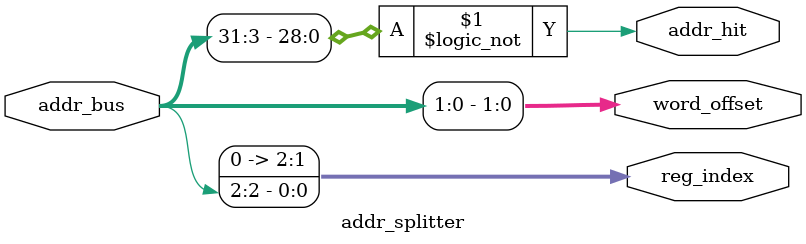
<source format=sv>
module addr_splitter#(START_ADDR = 32'h0, REGS = 2) (
	input [31:0] addr_bus,

	output addr_hit,
	output [$clog2(REGS) - 3:0] reg_index,
	output [1:0] word_offset 
);
	localparam REG_BITS = $clog2(REGS),
			   DEVICE_BITS = REG_BITS + 2;

	assign reg_index = addr_bus[REG_BITS + 1:2];
	assign word_offset = addr_bus[1:0];

	assign addr_hit = addr_bus[31:DEVICE_BITS] == START_ADDR[31:DEVICE_BITS];
endmodule
</source>
